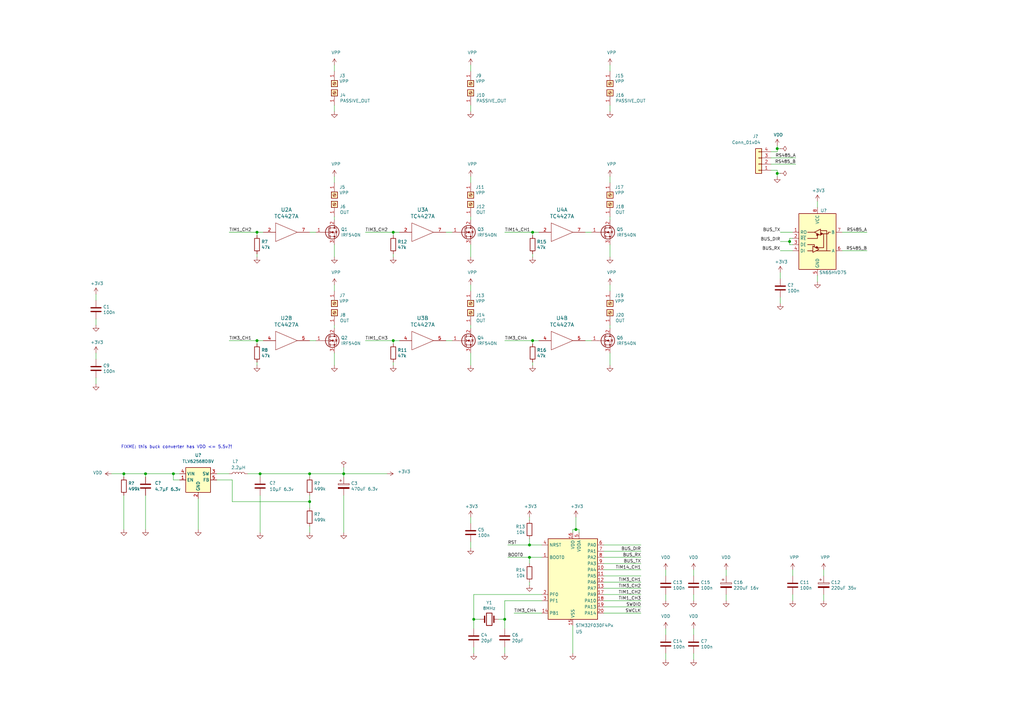
<source format=kicad_sch>
(kicad_sch (version 20210126) (generator eeschema)
  (paper "A3")
  (lib_symbols
    (symbol "Connector:Screw_Terminal_01x01" (pin_names hide)
      (property "Reference" "J" (at 0 2.54 0))
      (property "Value" "Screw_Terminal_01x01" (at 0 -2.54 0))
      (symbol "Screw_Terminal_01x01_1_1"
        (pin passive line (at -5.08 0 0) (length 3.81) (name "Pin_1") (number "1"))
      )
    )
    (symbol "Connector_Generic:Conn_01x04_1" (pin_names (offset 1.016) hide)
      (property "Reference" "J" (at 0 5.08 0))
      (property "Value" "Conn_01x04" (at 0 -7.62 0))
      (symbol "Conn_01x04_1_1_1"
        (pin passive line (at -5.08 2.54 0) (length 3.81) (name "Pin_1") (number "1"))
        (pin passive line (at -5.08 0 0) (length 3.81) (name "Pin_2") (number "2"))
        (pin passive line (at -5.08 -2.54 0) (length 3.81) (name "Pin_3") (number "3"))
        (pin passive line (at -5.08 -5.08 0) (length 3.81) (name "Pin_4") (number "4"))
      )
    )
    (symbol "Device:C" (pin_numbers hide) (pin_names (offset 0.254))
      (property "Reference" "C" (at 0.635 2.54 0))
      (property "Value" "C" (at 0.635 -2.54 0))
      (symbol "C_1_1"
        (pin passive line (at 0 3.81 270) (length 2.794) (name "~") (number "1"))
        (pin passive line (at 0 -3.81 90) (length 2.794) (name "~") (number "2"))
      )
    )
    (symbol "Device:CP" (pin_numbers hide) (pin_names (offset 0.254))
      (property "Reference" "C" (at 0.635 2.54 0))
      (property "Value" "CP" (at 0.635 -2.54 0))
      (symbol "CP_1_1"
        (pin passive line (at 0 3.81 270) (length 2.794) (name "~") (number "1"))
        (pin passive line (at 0 -3.81 90) (length 2.794) (name "~") (number "2"))
      )
    )
    (symbol "Device:CP_1" (pin_numbers hide) (pin_names (offset 0.254))
      (property "Reference" "C" (at 0.635 2.54 0))
      (property "Value" "CP" (at 0.635 -2.54 0))
      (symbol "CP_1_1_1"
        (pin passive line (at 0 3.81 270) (length 2.794) (name "~") (number "1"))
        (pin passive line (at 0 -3.81 90) (length 2.794) (name "~") (number "2"))
      )
    )
    (symbol "Device:CP_2" (pin_numbers hide) (pin_names (offset 0.254))
      (property "Reference" "C" (at 0.635 2.54 0))
      (property "Value" "CP" (at 0.635 -2.54 0))
      (symbol "CP_2_1_1"
        (pin passive line (at 0 3.81 270) (length 2.794) (name "~") (number "1"))
        (pin passive line (at 0 -3.81 90) (length 2.794) (name "~") (number "2"))
      )
    )
    (symbol "Device:C_1" (pin_numbers hide) (pin_names (offset 0.254))
      (property "Reference" "C" (at 0.635 2.54 0))
      (property "Value" "C" (at 0.635 -2.54 0))
      (symbol "C_1_1_1"
        (pin passive line (at 0 3.81 270) (length 2.794) (name "~") (number "1"))
        (pin passive line (at 0 -3.81 90) (length 2.794) (name "~") (number "2"))
      )
    )
    (symbol "Device:Crystal" (pin_numbers hide) (pin_names hide)
      (property "Reference" "Y" (at 0 3.81 0))
      (property "Value" "Crystal" (at 0 -3.81 0))
      (symbol "Crystal_1_1"
        (pin passive line (at -3.81 0 0) (length 1.27) (name "1") (number "1"))
        (pin passive line (at 3.81 0 180) (length 1.27) (name "2") (number "2"))
      )
    )
    (symbol "Device:L" (pin_numbers hide) (pin_names (offset 1.016) hide)
      (property "Reference" "L" (at -1.27 0 90))
      (property "Value" "L" (at 1.905 0 90))
      (symbol "L_1_1"
        (pin passive line (at 0 3.81 270) (length 1.27) (name "1") (number "1"))
        (pin passive line (at 0 -3.81 90) (length 1.27) (name "2") (number "2"))
      )
    )
    (symbol "Device:R" (pin_numbers hide) (pin_names (offset 0))
      (property "Reference" "R" (at 2.032 0 90))
      (property "Value" "R" (at 0 0 90))
      (symbol "R_1_1"
        (pin passive line (at 0 3.81 270) (length 1.27) (name "~") (number "1"))
        (pin passive line (at 0 -3.81 90) (length 1.27) (name "~") (number "2"))
      )
    )
    (symbol "Interface_UART:MAX485E"
      (property "Reference" "U" (at -6.096 11.43 0))
      (property "Value" "MAX485E" (at 0.762 11.43 0))
      (symbol "MAX485E_1_1"
        (pin output line (at -10.16 2.54 0) (length 2.54) (name "RO") (number "1"))
        (pin input line (at -10.16 0 0) (length 2.54) (name "~RE") (number "2"))
        (pin input line (at -10.16 -2.54 0) (length 2.54) (name "DE") (number "3"))
        (pin input line (at -10.16 -5.08 0) (length 2.54) (name "DI") (number "4"))
        (pin power_in line (at 0 -15.24 90) (length 2.54) (name "GND") (number "5"))
        (pin bidirectional line (at 10.16 -5.08 180) (length 2.54) (name "A") (number "6"))
        (pin bidirectional line (at 10.16 2.54 180) (length 2.54) (name "B") (number "7"))
        (pin power_in line (at 0 12.7 270) (length 2.54) (name "VCC") (number "8"))
      )
    )
    (symbol "MCU_ST_STM32F0:STM32F030F4Px"
      (property "Reference" "U" (at -10.16 16.51 0))
      (property "Value" "STM32F030F4Px" (at 5.08 16.51 0))
      (symbol "STM32F030F4Px_1_1"
        (pin input line (at -12.7 7.62 0) (length 2.54) (name "BOOT0") (number "1"))
        (pin bidirectional line (at 12.7 2.54 180) (length 2.54) (name "PA4") (number "10"))
        (pin bidirectional line (at 12.7 0 180) (length 2.54) (name "PA5") (number "11"))
        (pin bidirectional line (at 12.7 -2.54 180) (length 2.54) (name "PA6") (number "12"))
        (pin bidirectional line (at 12.7 -5.08 180) (length 2.54) (name "PA7") (number "13"))
        (pin bidirectional line (at -12.7 -15.24 0) (length 2.54) (name "PB1") (number "14"))
        (pin power_in line (at 0 -20.32 90) (length 2.54) (name "VSS") (number "15"))
        (pin power_in line (at 0 17.78 270) (length 2.54) (name "VDD") (number "16"))
        (pin bidirectional line (at 12.7 -7.62 180) (length 2.54) (name "PA9") (number "17"))
        (pin bidirectional line (at 12.7 -10.16 180) (length 2.54) (name "PA10") (number "18"))
        (pin bidirectional line (at 12.7 -12.7 180) (length 2.54) (name "PA13") (number "19"))
        (pin input line (at -12.7 -7.62 0) (length 2.54) (name "PF0") (number "2"))
        (pin bidirectional line (at 12.7 -15.24 180) (length 2.54) (name "PA14") (number "20"))
        (pin input line (at -12.7 -10.16 0) (length 2.54) (name "PF1") (number "3"))
        (pin input line (at -12.7 12.7 0) (length 2.54) (name "NRST") (number "4"))
        (pin power_in line (at 2.54 17.78 270) (length 2.54) (name "VDDA") (number "5"))
        (pin bidirectional line (at 12.7 12.7 180) (length 2.54) (name "PA0") (number "6"))
        (pin bidirectional line (at 12.7 10.16 180) (length 2.54) (name "PA1") (number "7"))
        (pin bidirectional line (at 12.7 7.62 180) (length 2.54) (name "PA2") (number "8"))
        (pin bidirectional line (at 12.7 5.08 180) (length 2.54) (name "PA3") (number "9"))
      )
    )
    (symbol "Regulator_Switching:TLV62568DBV"
      (property "Reference" "U" (at -5.08 6.35 0))
      (property "Value" "TLV62568DBV" (at 0 6.35 0))
      (symbol "TLV62568DBV_1_1"
        (pin input line (at -7.62 0 0) (length 2.54) (name "EN") (number "1"))
        (pin power_in line (at 0 -7.62 90) (length 2.54) (name "GND") (number "2"))
        (pin power_out line (at 7.62 2.54 180) (length 2.54) (name "SW") (number "3"))
        (pin power_in line (at -7.62 2.54 0) (length 2.54) (name "VIN") (number "4"))
        (pin input line (at 7.62 0 180) (length 2.54) (name "FB") (number "5"))
      )
    )
    (symbol "Transistor_FET:IRF540N" (pin_names hide)
      (property "Reference" "Q" (at 6.35 1.905 0))
      (property "Value" "IRF540N" (at 6.35 0 0))
      (symbol "IRF540N_1_1"
        (pin input line (at -5.08 0 0) (length 2.54) (name "G") (number "1"))
        (pin passive line (at 2.54 5.08 270) (length 2.54) (name "D") (number "2"))
        (pin passive line (at 2.54 -5.08 90) (length 2.54) (name "S") (number "3"))
      )
    )
    (symbol "drivers_and_mosfets:TC4427A" (pin_names hide)
      (property "Reference" "U" (at 2.54 3.81 0))
      (property "Value" "TC4427A" (at 6.35 -3.81 0))
      (symbol "TC4427A_0_1"
        (pin no_connect line (at -1.27 0 180) (length 0) hide (name "NC") (number "1"))
        (pin power_in line (at -2.54 -3.81 270) (length 0) hide (name "GND") (number "3"))
        (pin power_in line (at -2.54 3.81 270) (length 0) hide (name "VDD") (number "6"))
        (pin no_connect line (at 0 0 180) (length 0) hide (name "NC") (number "8"))
      )
      (symbol "TC4427A_1_1"
        (pin input line (at -7.62 0 0) (length 5.08) (name "IN") (number "2"))
        (pin output line (at 11.43 0 180) (length 5.08) (name "Out") (number "7"))
      )
      (symbol "TC4427A_2_1"
        (pin input line (at -7.62 0 0) (length 5.08) (name "IN") (number "4"))
        (pin output line (at 11.43 0 180) (length 5.08) (name "Out") (number "5"))
      )
    )
    (symbol "power:+3.3V" (power) (pin_names (offset 0))
      (property "Value" "+3.3V" (at 0 3.556 0))
      (symbol "+3.3V_1_1"
        (pin power_in line (at 0 0 90) (length 0) hide (name "+3V3") (number "1"))
      )
    )
    (symbol "power:GND" (power) (pin_names (offset 0))
      (property "Value" "GND" (at 0 -3.81 0))
      (symbol "GND_1_1"
        (pin power_in line (at 0 0 270) (length 0) hide (name "GND") (number "1"))
      )
    )
    (symbol "power:PWR_FLAG" (power) (pin_numbers hide) (pin_names (offset 0) hide)
      (property "Value" "PWR_FLAG" (at 0 3.81 0))
      (symbol "PWR_FLAG_0_0"
        (pin power_out line (at 0 0 90) (length 0) (name "pwr") (number "1"))
      )
    )
    (symbol "power:VDD" (power) (pin_names (offset 0))
      (property "Value" "VDD" (at 0 3.81 0))
      (symbol "VDD_1_1"
        (pin power_in line (at 0 0 90) (length 0) hide (name "VDD") (number "1"))
      )
    )
    (symbol "power:VPP" (power) (pin_names (offset 0))
      (property "Value" "VPP" (at 0 3.81 0))
      (symbol "VPP_1_1"
        (pin power_in line (at 0 0 90) (length 0) hide (name "VPP") (number "1"))
      )
    )
  )
  (junction (at 50.8 194.31) (diameter 1.016))
  (junction (at 59.69 194.31) (diameter 1.016))
  (junction (at 71.12 194.31) (diameter 1.016))
  (junction (at 105.41 95.25) (diameter 1.016))
  (junction (at 105.41 139.7) (diameter 1.016))
  (junction (at 106.68 194.31) (diameter 1.016))
  (junction (at 127 194.31) (diameter 1.016))
  (junction (at 127 205.74) (diameter 1.016))
  (junction (at 140.97 194.31) (diameter 1.016))
  (junction (at 161.29 95.25) (diameter 1.016))
  (junction (at 161.29 139.7) (diameter 1.016))
  (junction (at 194.31 254) (diameter 1.016))
  (junction (at 207.01 254) (diameter 1.016))
  (junction (at 217.17 223.52) (diameter 1.016))
  (junction (at 217.17 228.6) (diameter 1.016))
  (junction (at 218.44 95.25) (diameter 1.016))
  (junction (at 218.44 139.7) (diameter 1.016))
  (junction (at 236.22 217.17) (diameter 1.016))
  (junction (at 318.77 60.96) (diameter 1.016))
  (junction (at 318.77 71.12) (diameter 1.016))
  (junction (at 323.85 99.06) (diameter 1.016))
  (wire (pts (xy 39.37 123.19) (xy 39.37 120.65)))
  (wire (pts (xy 39.37 133.35) (xy 39.37 130.81)))
  (wire (pts (xy 39.37 147.32) (xy 39.37 144.78)))
  (wire (pts (xy 39.37 157.48) (xy 39.37 154.94)))
  (wire (pts (xy 45.72 194.31) (xy 50.8 194.31)))
  (wire (pts (xy 50.8 194.31) (xy 50.8 195.58)))
  (wire (pts (xy 50.8 194.31) (xy 59.69 194.31)))
  (wire (pts (xy 50.8 203.2) (xy 50.8 217.17)))
  (wire (pts (xy 59.69 194.31) (xy 59.69 195.58)))
  (wire (pts (xy 59.69 194.31) (xy 71.12 194.31)))
  (wire (pts (xy 59.69 203.2) (xy 59.69 217.17)))
  (wire (pts (xy 71.12 194.31) (xy 73.66 194.31)))
  (wire (pts (xy 71.12 196.85) (xy 71.12 194.31)))
  (wire (pts (xy 73.66 196.85) (xy 71.12 196.85)))
  (wire (pts (xy 81.28 217.17) (xy 81.28 204.47)))
  (wire (pts (xy 88.9 194.31) (xy 93.98 194.31)))
  (wire (pts (xy 93.98 95.25) (xy 105.41 95.25)))
  (wire (pts (xy 93.98 139.7) (xy 105.41 139.7)))
  (wire (pts (xy 95.25 196.85) (xy 88.9 196.85)))
  (wire (pts (xy 95.25 205.74) (xy 95.25 196.85)))
  (wire (pts (xy 101.6 194.31) (xy 106.68 194.31)))
  (wire (pts (xy 105.41 95.25) (xy 105.41 96.52)))
  (wire (pts (xy 105.41 105.41) (xy 105.41 104.14)))
  (wire (pts (xy 105.41 139.7) (xy 105.41 140.97)))
  (wire (pts (xy 105.41 149.86) (xy 105.41 148.59)))
  (wire (pts (xy 106.68 194.31) (xy 106.68 195.58)))
  (wire (pts (xy 106.68 194.31) (xy 127 194.31)))
  (wire (pts (xy 106.68 203.2) (xy 106.68 218.44)))
  (wire (pts (xy 107.95 95.25) (xy 105.41 95.25)))
  (wire (pts (xy 107.95 139.7) (xy 105.41 139.7)))
  (wire (pts (xy 127 194.31) (xy 127 195.58)))
  (wire (pts (xy 127 194.31) (xy 140.97 194.31)))
  (wire (pts (xy 127 203.2) (xy 127 205.74)))
  (wire (pts (xy 127 205.74) (xy 95.25 205.74)))
  (wire (pts (xy 127 205.74) (xy 127 208.28)))
  (wire (pts (xy 127 215.9) (xy 127 218.44)))
  (wire (pts (xy 129.54 95.25) (xy 127 95.25)))
  (wire (pts (xy 129.54 139.7) (xy 127 139.7)))
  (wire (pts (xy 137.16 26.67) (xy 137.16 29.21)))
  (wire (pts (xy 137.16 45.72) (xy 137.16 43.18)))
  (wire (pts (xy 137.16 72.39) (xy 137.16 74.93)))
  (wire (pts (xy 137.16 88.9) (xy 137.16 90.17)))
  (wire (pts (xy 137.16 100.33) (xy 137.16 105.41)))
  (wire (pts (xy 137.16 116.84) (xy 137.16 119.38)))
  (wire (pts (xy 137.16 133.35) (xy 137.16 134.62)))
  (wire (pts (xy 137.16 144.78) (xy 137.16 149.86)))
  (wire (pts (xy 140.97 191.77) (xy 140.97 194.31)))
  (wire (pts (xy 140.97 194.31) (xy 140.97 195.58)))
  (wire (pts (xy 140.97 194.31) (xy 158.75 194.31)))
  (wire (pts (xy 140.97 218.44) (xy 140.97 203.2)))
  (wire (pts (xy 149.86 95.25) (xy 161.29 95.25)))
  (wire (pts (xy 149.86 139.7) (xy 161.29 139.7)))
  (wire (pts (xy 161.29 95.25) (xy 161.29 96.52)))
  (wire (pts (xy 161.29 105.41) (xy 161.29 104.14)))
  (wire (pts (xy 161.29 139.7) (xy 161.29 140.97)))
  (wire (pts (xy 161.29 149.86) (xy 161.29 148.59)))
  (wire (pts (xy 163.83 95.25) (xy 161.29 95.25)))
  (wire (pts (xy 163.83 139.7) (xy 161.29 139.7)))
  (wire (pts (xy 185.42 95.25) (xy 182.88 95.25)))
  (wire (pts (xy 185.42 139.7) (xy 182.88 139.7)))
  (wire (pts (xy 193.04 26.67) (xy 193.04 29.21)))
  (wire (pts (xy 193.04 45.72) (xy 193.04 43.18)))
  (wire (pts (xy 193.04 72.39) (xy 193.04 74.93)))
  (wire (pts (xy 193.04 88.9) (xy 193.04 90.17)))
  (wire (pts (xy 193.04 100.33) (xy 193.04 105.41)))
  (wire (pts (xy 193.04 116.84) (xy 193.04 119.38)))
  (wire (pts (xy 193.04 133.35) (xy 193.04 134.62)))
  (wire (pts (xy 193.04 144.78) (xy 193.04 149.86)))
  (wire (pts (xy 193.04 214.63) (xy 193.04 212.09)))
  (wire (pts (xy 193.04 224.79) (xy 193.04 222.25)))
  (wire (pts (xy 194.31 243.84) (xy 194.31 254)))
  (wire (pts (xy 194.31 254) (xy 194.31 257.81)))
  (wire (pts (xy 194.31 267.97) (xy 194.31 265.43)))
  (wire (pts (xy 196.85 254) (xy 194.31 254)))
  (wire (pts (xy 204.47 254) (xy 207.01 254)))
  (wire (pts (xy 207.01 95.25) (xy 218.44 95.25)))
  (wire (pts (xy 207.01 139.7) (xy 218.44 139.7)))
  (wire (pts (xy 207.01 246.38) (xy 207.01 254)))
  (wire (pts (xy 207.01 254) (xy 207.01 257.81)))
  (wire (pts (xy 207.01 267.97) (xy 207.01 265.43)))
  (wire (pts (xy 217.17 212.09) (xy 217.17 213.36)))
  (wire (pts (xy 217.17 220.98) (xy 217.17 223.52)))
  (wire (pts (xy 217.17 223.52) (xy 208.28 223.52)))
  (wire (pts (xy 217.17 228.6) (xy 208.28 228.6)))
  (wire (pts (xy 217.17 231.14) (xy 217.17 228.6)))
  (wire (pts (xy 217.17 240.03) (xy 217.17 238.76)))
  (wire (pts (xy 218.44 95.25) (xy 218.44 96.52)))
  (wire (pts (xy 218.44 105.41) (xy 218.44 104.14)))
  (wire (pts (xy 218.44 139.7) (xy 218.44 140.97)))
  (wire (pts (xy 218.44 149.86) (xy 218.44 148.59)))
  (wire (pts (xy 220.98 95.25) (xy 218.44 95.25)))
  (wire (pts (xy 220.98 139.7) (xy 218.44 139.7)))
  (wire (pts (xy 222.25 223.52) (xy 217.17 223.52)))
  (wire (pts (xy 222.25 228.6) (xy 217.17 228.6)))
  (wire (pts (xy 222.25 243.84) (xy 194.31 243.84)))
  (wire (pts (xy 222.25 246.38) (xy 207.01 246.38)))
  (wire (pts (xy 222.25 251.46) (xy 210.82 251.46)))
  (wire (pts (xy 234.95 217.17) (xy 236.22 217.17)))
  (wire (pts (xy 234.95 218.44) (xy 234.95 217.17)))
  (wire (pts (xy 234.95 267.97) (xy 234.95 256.54)))
  (wire (pts (xy 236.22 217.17) (xy 236.22 212.09)))
  (wire (pts (xy 236.22 217.17) (xy 237.49 217.17)))
  (wire (pts (xy 237.49 217.17) (xy 237.49 218.44)))
  (wire (pts (xy 242.57 95.25) (xy 240.03 95.25)))
  (wire (pts (xy 242.57 139.7) (xy 240.03 139.7)))
  (wire (pts (xy 247.65 223.52) (xy 262.89 223.52)))
  (wire (pts (xy 247.65 226.06) (xy 262.89 226.06)))
  (wire (pts (xy 247.65 231.14) (xy 262.89 231.14)))
  (wire (pts (xy 247.65 236.22) (xy 262.89 236.22)))
  (wire (pts (xy 247.65 238.76) (xy 262.89 238.76)))
  (wire (pts (xy 247.65 243.84) (xy 262.89 243.84)))
  (wire (pts (xy 247.65 246.38) (xy 262.89 246.38)))
  (wire (pts (xy 247.65 248.92) (xy 262.89 248.92)))
  (wire (pts (xy 247.65 251.46) (xy 262.89 251.46)))
  (wire (pts (xy 250.19 26.67) (xy 250.19 29.21)))
  (wire (pts (xy 250.19 45.72) (xy 250.19 43.18)))
  (wire (pts (xy 250.19 72.39) (xy 250.19 74.93)))
  (wire (pts (xy 250.19 88.9) (xy 250.19 90.17)))
  (wire (pts (xy 250.19 100.33) (xy 250.19 105.41)))
  (wire (pts (xy 250.19 116.84) (xy 250.19 119.38)))
  (wire (pts (xy 250.19 133.35) (xy 250.19 134.62)))
  (wire (pts (xy 250.19 144.78) (xy 250.19 149.86)))
  (wire (pts (xy 262.89 228.6) (xy 247.65 228.6)))
  (wire (pts (xy 262.89 233.68) (xy 247.65 233.68)))
  (wire (pts (xy 262.89 241.3) (xy 247.65 241.3)))
  (wire (pts (xy 273.05 236.22) (xy 273.05 233.68)))
  (wire (pts (xy 273.05 246.38) (xy 273.05 243.84)))
  (wire (pts (xy 273.05 260.35) (xy 273.05 257.81)))
  (wire (pts (xy 273.05 270.51) (xy 273.05 267.97)))
  (wire (pts (xy 284.48 236.22) (xy 284.48 233.68)))
  (wire (pts (xy 284.48 246.38) (xy 284.48 243.84)))
  (wire (pts (xy 284.48 260.35) (xy 284.48 257.81)))
  (wire (pts (xy 284.48 270.51) (xy 284.48 267.97)))
  (wire (pts (xy 297.815 233.68) (xy 297.815 236.22)))
  (wire (pts (xy 297.815 246.38) (xy 297.815 243.84)))
  (wire (pts (xy 316.23 62.23) (xy 318.77 62.23)))
  (wire (pts (xy 316.23 64.77) (xy 326.39 64.77)))
  (wire (pts (xy 316.23 67.31) (xy 326.39 67.31)))
  (wire (pts (xy 316.23 69.85) (xy 318.77 69.85)))
  (wire (pts (xy 318.77 60.96) (xy 318.77 59.69)))
  (wire (pts (xy 318.77 60.96) (xy 320.04 60.96)))
  (wire (pts (xy 318.77 62.23) (xy 318.77 60.96)))
  (wire (pts (xy 318.77 69.85) (xy 318.77 71.12)))
  (wire (pts (xy 318.77 71.12) (xy 318.77 72.39)))
  (wire (pts (xy 318.77 71.12) (xy 320.04 71.12)))
  (wire (pts (xy 320.04 95.25) (xy 325.12 95.25)))
  (wire (pts (xy 320.04 99.06) (xy 323.85 99.06)))
  (wire (pts (xy 320.04 102.87) (xy 325.12 102.87)))
  (wire (pts (xy 320.04 114.3) (xy 320.04 111.76)))
  (wire (pts (xy 320.04 124.46) (xy 320.04 121.92)))
  (wire (pts (xy 323.85 97.79) (xy 323.85 99.06)))
  (wire (pts (xy 323.85 99.06) (xy 323.85 100.33)))
  (wire (pts (xy 323.85 100.33) (xy 325.12 100.33)))
  (wire (pts (xy 325.12 97.79) (xy 323.85 97.79)))
  (wire (pts (xy 325.12 236.22) (xy 325.12 233.68)))
  (wire (pts (xy 325.12 246.38) (xy 325.12 243.84)))
  (wire (pts (xy 335.28 82.55) (xy 335.28 85.09)))
  (wire (pts (xy 335.28 113.03) (xy 335.28 115.57)))
  (wire (pts (xy 337.82 233.68) (xy 337.82 236.22)))
  (wire (pts (xy 337.82 246.38) (xy 337.82 243.84)))
  (wire (pts (xy 345.44 95.25) (xy 355.6 95.25)))
  (wire (pts (xy 345.44 102.87) (xy 355.6 102.87)))
  (text "FIXME: this buck converter has VDD <= 5.5v?!" (at 95.25 184.15 180) (effects (font (size 1.27 1.27)) (justify right bottom)))
  (label "TIM1_CH2" (at 93.98 95.25 0))
  (label "TIM3_CH1" (at 93.98 139.7 0))
  (label "TIM3_CH2" (at 149.86 95.25 0))
  (label "TIM1_CH3" (at 149.86 139.7 0))
  (label "TIM14_CH1" (at 207.01 95.25 0))
  (label "TIM3_CH4" (at 207.01 139.7 0))
  (label "RST" (at 208.28 223.52 0))
  (label "BOOT0" (at 208.28 228.6 0))
  (label "TIM3_CH4" (at 210.82 251.46 0))
  (label "BUS_DIR" (at 262.89 226.06 180))
  (label "BUS_RX" (at 262.89 228.6 180))
  (label "BUS_TX" (at 262.89 231.14 180))
  (label "TIM14_CH1" (at 262.89 233.68 180))
  (label "TIM3_CH1" (at 262.89 238.76 180))
  (label "TIM3_CH2" (at 262.89 241.3 180))
  (label "TIM1_CH2" (at 262.89 243.84 180))
  (label "TIM1_CH3" (at 262.89 246.38 180))
  (label "SWDIO" (at 262.89 248.92 180))
  (label "SWCLK" (at 262.89 251.46 180))
  (label "BUS_TX" (at 320.04 95.25 180))
  (label "BUS_DIR" (at 320.04 99.06 180))
  (label "BUS_RX" (at 320.04 102.87 180))
  (label "RS485_A" (at 326.39 64.77 180))
  (label "RS485_B" (at 326.39 67.31 180))
  (label "RS485_A" (at 355.6 95.25 180))
  (label "RS485_B" (at 355.6 102.87 180))
  (symbol (lib_id "power:PWR_FLAG") (at 140.97 191.77 0) (unit 1)
    (property "Reference" "#FLG?" (effects hide))
    (property "Value" "PWR_FLAG" (effects hide))
  )
  (symbol (lib_id "power:PWR_FLAG") (at 320.04 60.96 270) (unit 1)
    (property "Reference" "#FLG?" (effects hide))
    (property "Value" "PWR_FLAG" (effects hide))
  )
  (symbol (lib_id "power:PWR_FLAG") (at 320.04 71.12 270) (unit 1)
    (property "Reference" "#FLG?" (effects hide))
    (property "Value" "PWR_FLAG" (effects hide))
  )
  (symbol (lib_id "power:+3.3V") (at 39.37 120.65 0) (unit 1)
    (property "Reference" "#PWR01" (effects hide))
    (property "Value" "+3.3V" (at 39.751 116.2558 0))
  )
  (symbol (lib_id "power:+3.3V") (at 39.37 144.78 0) (unit 1)
    (property "Reference" "#PWR0115" (effects hide))
    (property "Value" "+3.3V" (at 39.751 140.3858 0))
  )
  (symbol (lib_id "power:VDD") (at 45.72 194.31 90) (unit 1)
    (property "Reference" "#PWR?" (effects hide))
    (property "Value" "VDD" (at 40.0558 193.8782 90))
  )
  (symbol (lib_id "power:VPP") (at 137.16 26.67 0) (unit 1)
    (property "Reference" "#PWR04" (effects hide))
    (property "Value" "VPP" (at 135.89 21.59 0) (effects (justify left)))
  )
  (symbol (lib_id "power:VPP") (at 137.16 72.39 0) (unit 1)
    (property "Reference" "#PWR012" (effects hide))
    (property "Value" "VPP" (at 135.89 67.31 0) (effects (justify left)))
  )
  (symbol (lib_id "power:VPP") (at 137.16 116.84 0) (unit 1)
    (property "Reference" "#PWR021" (effects hide))
    (property "Value" "VPP" (at 135.89 111.76 0) (effects (justify left)))
  )
  (symbol (lib_id "power:+3.3V") (at 158.75 194.31 270) (unit 1)
    (property "Reference" "#PWR?" (effects hide))
    (property "Value" "+3.3V" (at 165.6842 193.421 90))
  )
  (symbol (lib_id "power:VPP") (at 193.04 26.67 0) (unit 1)
    (property "Reference" "#PWR023" (effects hide))
    (property "Value" "VPP" (at 191.77 21.59 0) (effects (justify left)))
  )
  (symbol (lib_id "power:VPP") (at 193.04 72.39 0) (unit 1)
    (property "Reference" "#PWR025" (effects hide))
    (property "Value" "VPP" (at 191.77 67.31 0) (effects (justify left)))
  )
  (symbol (lib_id "power:VPP") (at 193.04 116.84 0) (unit 1)
    (property "Reference" "#PWR033" (effects hide))
    (property "Value" "VPP" (at 191.77 111.76 0) (effects (justify left)))
  )
  (symbol (lib_id "power:+3.3V") (at 193.04 212.09 0) (unit 1)
    (property "Reference" "#PWR040" (effects hide))
    (property "Value" "+3.3V" (at 193.421 207.6958 0))
  )
  (symbol (lib_id "power:+3.3V") (at 217.17 212.09 0) (unit 1)
    (property "Reference" "#PWR043" (effects hide))
    (property "Value" "+3.3V" (at 217.551 207.6958 0))
  )
  (symbol (lib_id "power:+3.3V") (at 236.22 212.09 0) (unit 1)
    (property "Reference" "#PWR048" (effects hide))
    (property "Value" "+3.3V" (at 236.601 207.6958 0))
  )
  (symbol (lib_id "power:VPP") (at 250.19 26.67 0) (unit 1)
    (property "Reference" "#PWR035" (effects hide))
    (property "Value" "VPP" (at 248.92 21.59 0) (effects (justify left)))
  )
  (symbol (lib_id "power:VPP") (at 250.19 72.39 0) (unit 1)
    (property "Reference" "#PWR037" (effects hide))
    (property "Value" "VPP" (at 248.92 67.31 0) (effects (justify left)))
  )
  (symbol (lib_id "power:VPP") (at 250.19 116.84 0) (unit 1)
    (property "Reference" "#PWR049" (effects hide))
    (property "Value" "VPP" (at 248.92 111.76 0) (effects (justify left)))
  )
  (symbol (lib_id "power:VDD") (at 273.05 233.68 0) (unit 1)
    (property "Reference" "#PWR067" (effects hide))
    (property "Value" "VDD" (at 273.05 228.6 0))
  )
  (symbol (lib_id "power:VDD") (at 273.05 257.81 0) (unit 1)
    (property "Reference" "#PWR071" (effects hide))
    (property "Value" "VDD" (at 273.05 252.73 0))
  )
  (symbol (lib_id "power:VDD") (at 284.48 233.68 0) (unit 1)
    (property "Reference" "#PWR073" (effects hide))
    (property "Value" "VDD" (at 284.48 228.6 0))
  )
  (symbol (lib_id "power:VDD") (at 284.48 257.81 0) (unit 1)
    (property "Reference" "#PWR0110" (effects hide))
    (property "Value" "VDD" (at 284.48 252.73 0))
  )
  (symbol (lib_id "power:VDD") (at 297.815 233.68 0) (unit 1)
    (property "Reference" "#PWR075" (effects hide))
    (property "Value" "VDD" (at 297.815 228.6 0))
  )
  (symbol (lib_id "power:VDD") (at 318.77 59.69 0) (unit 1)
    (property "Reference" "#PWR?" (effects hide))
    (property "Value" "VDD" (at 319.2018 55.2958 0))
  )
  (symbol (lib_id "power:+3.3V") (at 320.04 111.76 0) (unit 1)
    (property "Reference" "#PWR?" (effects hide))
    (property "Value" "+3.3V" (at 320.421 107.3658 0))
  )
  (symbol (lib_id "power:VPP") (at 325.12 233.68 0) (unit 1)
    (property "Reference" "#PWR051" (effects hide))
    (property "Value" "VPP" (at 323.85 228.6 0) (effects (justify left)))
  )
  (symbol (lib_id "power:+3.3V") (at 335.28 82.55 0) (unit 1)
    (property "Reference" "#PWR?" (effects hide))
    (property "Value" "+3.3V" (at 335.661 78.1558 0))
  )
  (symbol (lib_id "power:VPP") (at 337.82 233.68 0) (unit 1)
    (property "Reference" "#PWR055" (effects hide))
    (property "Value" "VPP" (at 336.55 228.6 0) (effects (justify left)))
  )
  (symbol (lib_id "Device:L") (at 97.79 194.31 90) (unit 1)
    (property "Reference" "L?" (at 96.52 189.23 90))
    (property "Value" "2.2µH" (at 97.79 191.77 90))
    (property "Footprint" "Inductor_SMD:L_1210_3225Metric_Pad1.42x2.65mm_HandSolder" (effects hide))
    (property "shop" "https://store.comet.bg/Catalogue/Product/47998/" (effects hide))
  )
  (symbol (lib_id "power:GND") (at 39.37 133.35 0) (unit 1)
    (property "Reference" "#PWR02" (effects hide))
    (property "Value" "GND" (effects hide))
  )
  (symbol (lib_id "power:GND") (at 39.37 157.48 0) (unit 1)
    (property "Reference" "#PWR0114" (effects hide))
    (property "Value" "GND" (effects hide))
  )
  (symbol (lib_id "power:GND") (at 50.8 217.17 0) (unit 1)
    (property "Reference" "#PWR?" (effects hide))
    (property "Value" "GND" (effects hide))
  )
  (symbol (lib_id "power:GND") (at 59.69 217.17 0) (unit 1)
    (property "Reference" "#PWR?" (effects hide))
    (property "Value" "GND" (effects hide))
  )
  (symbol (lib_id "power:GND") (at 81.28 217.17 0) (unit 1)
    (property "Reference" "#PWR?" (effects hide))
    (property "Value" "GND" (effects hide))
  )
  (symbol (lib_id "power:GND") (at 105.41 105.41 0) (unit 1)
    (property "Reference" "#PWR017" (effects hide))
    (property "Value" "GND" (effects hide))
  )
  (symbol (lib_id "power:GND") (at 105.41 149.86 0) (unit 1)
    (property "Reference" "#PWR018" (effects hide))
    (property "Value" "GND" (effects hide))
  )
  (symbol (lib_id "power:GND") (at 106.68 218.44 0) (unit 1)
    (property "Reference" "#PWR?" (effects hide))
    (property "Value" "GND" (effects hide))
  )
  (symbol (lib_id "power:GND") (at 127 218.44 0) (unit 1)
    (property "Reference" "#PWR?" (effects hide))
    (property "Value" "GND" (effects hide))
  )
  (symbol (lib_id "power:GND") (at 137.16 45.72 0) (unit 1)
    (property "Reference" "#PWR022" (effects hide))
    (property "Value" "GND" (effects hide))
  )
  (symbol (lib_id "power:GND") (at 137.16 105.41 0) (unit 1)
    (property "Reference" "#PWR024" (effects hide))
    (property "Value" "GND" (effects hide))
  )
  (symbol (lib_id "power:GND") (at 137.16 149.86 0) (unit 1)
    (property "Reference" "#PWR026" (effects hide))
    (property "Value" "GND" (effects hide))
  )
  (symbol (lib_id "power:GND") (at 140.97 218.44 0) (unit 1)
    (property "Reference" "#PWR09" (effects hide))
    (property "Value" "GND" (effects hide))
  )
  (symbol (lib_id "power:GND") (at 161.29 105.41 0) (unit 1)
    (property "Reference" "#PWR031" (effects hide))
    (property "Value" "GND" (effects hide))
  )
  (symbol (lib_id "power:GND") (at 161.29 149.86 0) (unit 1)
    (property "Reference" "#PWR032" (effects hide))
    (property "Value" "GND" (effects hide))
  )
  (symbol (lib_id "power:GND") (at 193.04 45.72 0) (unit 1)
    (property "Reference" "#PWR034" (effects hide))
    (property "Value" "GND" (effects hide))
  )
  (symbol (lib_id "power:GND") (at 193.04 105.41 0) (unit 1)
    (property "Reference" "#PWR036" (effects hide))
    (property "Value" "GND" (effects hide))
  )
  (symbol (lib_id "power:GND") (at 193.04 149.86 0) (unit 1)
    (property "Reference" "#PWR038" (effects hide))
    (property "Value" "GND" (effects hide))
  )
  (symbol (lib_id "power:GND") (at 193.04 224.79 0) (unit 1)
    (property "Reference" "#PWR041" (effects hide))
    (property "Value" "GND" (effects hide))
  )
  (symbol (lib_id "power:GND") (at 194.31 267.97 0) (unit 1)
    (property "Reference" "#PWR039" (effects hide))
    (property "Value" "GND" (effects hide))
  )
  (symbol (lib_id "power:GND") (at 207.01 267.97 0) (unit 1)
    (property "Reference" "#PWR042" (effects hide))
    (property "Value" "GND" (effects hide))
  )
  (symbol (lib_id "power:GND") (at 217.17 240.03 0) (unit 1)
    (property "Reference" "#PWR044" (effects hide))
    (property "Value" "GND" (effects hide))
  )
  (symbol (lib_id "power:GND") (at 218.44 105.41 0) (unit 1)
    (property "Reference" "#PWR045" (effects hide))
    (property "Value" "GND" (effects hide))
  )
  (symbol (lib_id "power:GND") (at 218.44 149.86 0) (unit 1)
    (property "Reference" "#PWR046" (effects hide))
    (property "Value" "GND" (effects hide))
  )
  (symbol (lib_id "power:GND") (at 234.95 267.97 0) (unit 1)
    (property "Reference" "#PWR047" (effects hide))
    (property "Value" "GND" (effects hide))
  )
  (symbol (lib_id "power:GND") (at 250.19 45.72 0) (unit 1)
    (property "Reference" "#PWR050" (effects hide))
    (property "Value" "GND" (effects hide))
  )
  (symbol (lib_id "power:GND") (at 250.19 105.41 0) (unit 1)
    (property "Reference" "#PWR052" (effects hide))
    (property "Value" "GND" (effects hide))
  )
  (symbol (lib_id "power:GND") (at 250.19 149.86 0) (unit 1)
    (property "Reference" "#PWR054" (effects hide))
    (property "Value" "GND" (effects hide))
  )
  (symbol (lib_id "power:GND") (at 273.05 246.38 0) (unit 1)
    (property "Reference" "#PWR070" (effects hide))
    (property "Value" "GND" (effects hide))
  )
  (symbol (lib_id "power:GND") (at 273.05 270.51 0) (unit 1)
    (property "Reference" "#PWR072" (effects hide))
    (property "Value" "GND" (effects hide))
  )
  (symbol (lib_id "power:GND") (at 284.48 246.38 0) (unit 1)
    (property "Reference" "#PWR074" (effects hide))
    (property "Value" "GND" (effects hide))
  )
  (symbol (lib_id "power:GND") (at 284.48 270.51 0) (unit 1)
    (property "Reference" "#PWR063" (effects hide))
    (property "Value" "GND" (effects hide))
  )
  (symbol (lib_id "power:GND") (at 297.815 246.38 0) (unit 1)
    (property "Reference" "#PWR076" (effects hide))
    (property "Value" "GND" (effects hide))
  )
  (symbol (lib_id "power:GND") (at 318.77 72.39 0) (unit 1)
    (property "Reference" "#PWR?" (effects hide))
    (property "Value" "GND" (effects hide))
  )
  (symbol (lib_id "power:GND") (at 320.04 124.46 0) (unit 1)
    (property "Reference" "#PWR?" (effects hide))
    (property "Value" "GND" (effects hide))
  )
  (symbol (lib_id "power:GND") (at 325.12 246.38 0) (unit 1)
    (property "Reference" "#PWR053" (effects hide))
    (property "Value" "GND" (effects hide))
  )
  (symbol (lib_id "power:GND") (at 335.28 115.57 0) (unit 1)
    (property "Reference" "#PWR?" (effects hide))
    (property "Value" "GND" (effects hide))
  )
  (symbol (lib_id "power:GND") (at 337.82 246.38 0) (unit 1)
    (property "Reference" "#PWR062" (effects hide))
    (property "Value" "GND" (effects hide))
  )
  (symbol (lib_id "Device:R") (at 50.8 199.39 0) (unit 1)
    (property "Reference" "R?" (at 52.578 198.2216 0) (effects (justify left)))
    (property "Value" "499k" (at 52.578 200.533 0) (effects (justify left)))
    (property "Footprint" "Resistor_SMD:R_0805_2012Metric_Pad1.15x1.40mm_HandSolder" (effects hide))
  )
  (symbol (lib_id "Device:R") (at 105.41 100.33 0) (unit 1)
    (property "Reference" "R7" (at 107.188 99.1616 0) (effects (justify left)))
    (property "Value" "47k" (at 107.188 101.473 0) (effects (justify left)))
    (property "Footprint" "Resistor_SMD:R_0805_2012Metric_Pad1.15x1.40mm_HandSolder" (effects hide))
  )
  (symbol (lib_id "Device:R") (at 105.41 144.78 0) (unit 1)
    (property "Reference" "R8" (at 107.188 143.6116 0) (effects (justify left)))
    (property "Value" "47k" (at 107.188 145.923 0) (effects (justify left)))
    (property "Footprint" "Resistor_SMD:R_0805_2012Metric_Pad1.15x1.40mm_HandSolder" (effects hide))
  )
  (symbol (lib_id "Device:R") (at 127 199.39 0) (unit 1)
    (property "Reference" "R?" (at 128.778 198.2216 0) (effects (justify left)))
    (property "Value" "499k" (at 128.778 200.533 0) (effects (justify left)))
    (property "Footprint" "Resistor_SMD:R_0805_2012Metric_Pad1.15x1.40mm_HandSolder" (effects hide))
  )
  (symbol (lib_id "Device:R") (at 127 212.09 0) (unit 1)
    (property "Reference" "R?" (at 128.778 210.9216 0) (effects (justify left)))
    (property "Value" "499k" (at 128.778 213.233 0) (effects (justify left)))
    (property "Footprint" "Resistor_SMD:R_0805_2012Metric_Pad1.15x1.40mm_HandSolder" (effects hide))
  )
  (symbol (lib_id "Device:R") (at 161.29 100.33 0) (unit 1)
    (property "Reference" "R12" (at 163.068 99.1616 0) (effects (justify left)))
    (property "Value" "47k" (at 163.068 101.473 0) (effects (justify left)))
    (property "Footprint" "Resistor_SMD:R_0805_2012Metric_Pad1.15x1.40mm_HandSolder" (effects hide))
  )
  (symbol (lib_id "Device:R") (at 161.29 144.78 0) (unit 1)
    (property "Reference" "R11" (at 163.068 143.6116 0) (effects (justify left)))
    (property "Value" "47k" (at 163.068 145.923 0) (effects (justify left)))
    (property "Footprint" "Resistor_SMD:R_0805_2012Metric_Pad1.15x1.40mm_HandSolder" (effects hide))
  )
  (symbol (lib_id "Device:R") (at 217.17 217.17 0) (unit 1)
    (property "Reference" "R13" (at 215.392 216.0016 0) (effects (justify right)))
    (property "Value" "10k" (at 215.392 218.313 0) (effects (justify right)))
    (property "Footprint" "Resistor_SMD:R_0805_2012Metric_Pad1.15x1.40mm_HandSolder" (effects hide))
  )
  (symbol (lib_id "Device:R") (at 217.17 234.95 0) (unit 1)
    (property "Reference" "R14" (at 215.392 233.7816 0) (effects (justify right)))
    (property "Value" "10k" (at 215.392 236.093 0) (effects (justify right)))
    (property "Footprint" "Resistor_SMD:R_0805_2012Metric_Pad1.15x1.40mm_HandSolder" (effects hide))
  )
  (symbol (lib_id "Device:R") (at 218.44 100.33 0) (unit 1)
    (property "Reference" "R15" (at 220.218 99.1616 0) (effects (justify left)))
    (property "Value" "47k" (at 220.218 101.473 0) (effects (justify left)))
    (property "Footprint" "Resistor_SMD:R_0805_2012Metric_Pad1.15x1.40mm_HandSolder" (effects hide))
  )
  (symbol (lib_id "Device:R") (at 218.44 144.78 0) (unit 1)
    (property "Reference" "R16" (at 220.218 143.6116 0) (effects (justify left)))
    (property "Value" "47k" (at 220.218 145.923 0) (effects (justify left)))
    (property "Footprint" "Resistor_SMD:R_0805_2012Metric_Pad1.15x1.40mm_HandSolder" (effects hide))
  )
  (symbol (lib_id "Connector:Screw_Terminal_01x01") (at 137.16 34.29 270) (unit 1)
    (property "Reference" "J3" (at 139.192 31.0388 90) (effects (justify left)))
    (property "Value" "VPP" (at 139.192 33.3502 90) (effects (justify left)))
    (property "Footprint" "connectors:1PIN_DG306" (effects hide))
  )
  (symbol (lib_id "Connector:Screw_Terminal_01x01") (at 137.16 38.1 90) (unit 1)
    (property "Reference" "J4" (at 139.3952 39.0144 90) (effects (justify right)))
    (property "Value" "PASSIVE_OUT" (at 139.3952 41.3258 90) (effects (justify right)))
    (property "Footprint" "connectors:1PIN_DG306" (effects hide))
  )
  (symbol (lib_id "Connector:Screw_Terminal_01x01") (at 137.16 80.01 270) (unit 1)
    (property "Reference" "J5" (at 139.192 76.7588 90) (effects (justify left)))
    (property "Value" "VPP" (at 139.192 79.0702 90) (effects (justify left)))
    (property "Footprint" "connectors:1PIN_DG306" (effects hide))
  )
  (symbol (lib_id "Connector:Screw_Terminal_01x01") (at 137.16 83.82 90) (unit 1)
    (property "Reference" "J6" (at 139.3952 84.7344 90) (effects (justify right)))
    (property "Value" "OUT" (at 139.3952 87.0458 90) (effects (justify right)))
    (property "Footprint" "connectors:1PIN_DG306" (effects hide))
  )
  (symbol (lib_id "Connector:Screw_Terminal_01x01") (at 137.16 124.46 270) (unit 1)
    (property "Reference" "J7" (at 139.192 121.2088 90) (effects (justify left)))
    (property "Value" "VPP" (at 139.192 123.5202 90) (effects (justify left)))
    (property "Footprint" "connectors:1PIN_DG306" (effects hide))
  )
  (symbol (lib_id "Connector:Screw_Terminal_01x01") (at 137.16 128.27 90) (unit 1)
    (property "Reference" "J8" (at 139.3952 129.1844 90) (effects (justify right)))
    (property "Value" "OUT" (at 139.3952 131.4958 90) (effects (justify right)))
    (property "Footprint" "connectors:1PIN_DG306" (effects hide))
  )
  (symbol (lib_id "Connector:Screw_Terminal_01x01") (at 193.04 34.29 270) (unit 1)
    (property "Reference" "J9" (at 195.072 31.0388 90) (effects (justify left)))
    (property "Value" "VPP" (at 195.072 33.3502 90) (effects (justify left)))
    (property "Footprint" "connectors:1PIN_DG306" (effects hide))
  )
  (symbol (lib_id "Connector:Screw_Terminal_01x01") (at 193.04 38.1 90) (unit 1)
    (property "Reference" "J10" (at 195.2752 39.0144 90) (effects (justify right)))
    (property "Value" "PASSIVE_OUT" (at 195.2752 41.3258 90) (effects (justify right)))
    (property "Footprint" "connectors:1PIN_DG306" (effects hide))
  )
  (symbol (lib_id "Connector:Screw_Terminal_01x01") (at 193.04 80.01 270) (unit 1)
    (property "Reference" "J11" (at 195.072 76.7588 90) (effects (justify left)))
    (property "Value" "VPP" (at 195.072 79.0702 90) (effects (justify left)))
    (property "Footprint" "connectors:1PIN_DG306" (effects hide))
  )
  (symbol (lib_id "Connector:Screw_Terminal_01x01") (at 193.04 83.82 90) (unit 1)
    (property "Reference" "J12" (at 195.2752 84.7344 90) (effects (justify right)))
    (property "Value" "OUT" (at 195.2752 87.0458 90) (effects (justify right)))
    (property "Footprint" "connectors:1PIN_DG306" (effects hide))
  )
  (symbol (lib_id "Connector:Screw_Terminal_01x01") (at 193.04 124.46 270) (unit 1)
    (property "Reference" "J13" (at 195.072 121.2088 90) (effects (justify left)))
    (property "Value" "VPP" (at 195.072 123.5202 90) (effects (justify left)))
    (property "Footprint" "connectors:1PIN_DG306" (effects hide))
  )
  (symbol (lib_id "Connector:Screw_Terminal_01x01") (at 193.04 128.27 90) (unit 1)
    (property "Reference" "J14" (at 195.2752 129.1844 90) (effects (justify right)))
    (property "Value" "OUT" (at 195.2752 131.4958 90) (effects (justify right)))
    (property "Footprint" "connectors:1PIN_DG306" (effects hide))
  )
  (symbol (lib_id "Connector:Screw_Terminal_01x01") (at 250.19 34.29 270) (unit 1)
    (property "Reference" "J15" (at 252.222 31.0388 90) (effects (justify left)))
    (property "Value" "VPP" (at 252.222 33.3502 90) (effects (justify left)))
    (property "Footprint" "connectors:1PIN_DG306" (effects hide))
  )
  (symbol (lib_id "Connector:Screw_Terminal_01x01") (at 250.19 38.1 90) (unit 1)
    (property "Reference" "J16" (at 252.4252 39.0144 90) (effects (justify right)))
    (property "Value" "PASSIVE_OUT" (at 252.4252 41.3258 90) (effects (justify right)))
    (property "Footprint" "connectors:1PIN_DG306" (effects hide))
  )
  (symbol (lib_id "Connector:Screw_Terminal_01x01") (at 250.19 80.01 270) (unit 1)
    (property "Reference" "J17" (at 252.222 76.7588 90) (effects (justify left)))
    (property "Value" "VPP" (at 252.222 79.0702 90) (effects (justify left)))
    (property "Footprint" "connectors:1PIN_DG306" (effects hide))
  )
  (symbol (lib_id "Connector:Screw_Terminal_01x01") (at 250.19 83.82 90) (unit 1)
    (property "Reference" "J18" (at 252.4252 84.7344 90) (effects (justify right)))
    (property "Value" "OUT" (at 252.4252 87.0458 90) (effects (justify right)))
    (property "Footprint" "connectors:1PIN_DG306" (effects hide))
  )
  (symbol (lib_id "Connector:Screw_Terminal_01x01") (at 250.19 124.46 270) (unit 1)
    (property "Reference" "J19" (at 252.222 121.2088 90) (effects (justify left)))
    (property "Value" "VPP" (at 252.222 123.5202 90) (effects (justify left)))
    (property "Footprint" "connectors:1PIN_DG306" (effects hide))
  )
  (symbol (lib_id "Connector:Screw_Terminal_01x01") (at 250.19 128.27 90) (unit 1)
    (property "Reference" "J20" (at 252.4252 129.1844 90) (effects (justify right)))
    (property "Value" "OUT" (at 252.4252 131.4958 90) (effects (justify right)))
    (property "Footprint" "connectors:1PIN_DG306" (effects hide))
  )
  (symbol (lib_id "Device:C") (at 39.37 127 0) (unit 1)
    (property "Reference" "C1" (at 42.291 125.8316 0) (effects (justify left)))
    (property "Value" "100n" (at 42.291 128.143 0) (effects (justify left)))
    (property "Footprint" "Capacitor_SMD:C_0805_2012Metric_Pad1.15x1.40mm_HandSolder" (effects hide))
  )
  (symbol (lib_id "Device:C") (at 39.37 151.13 0) (unit 1)
    (property "Reference" "C9" (at 42.291 149.9616 0) (effects (justify left)))
    (property "Value" "100n" (at 42.291 152.273 0) (effects (justify left)))
    (property "Footprint" "Capacitor_SMD:C_0805_2012Metric_Pad1.15x1.40mm_HandSolder" (effects hide))
  )
  (symbol (lib_name "Device:C_1") (lib_id "Device:C") (at 59.69 199.39 0) (unit 1)
    (property "Reference" "C?" (at 63.5 198.12 0) (effects (justify left)))
    (property "Value" "4.7µF 6.3v" (at 63.5 200.66 0) (effects (justify left)))
    (property "Footprint" "Capacitor_SMD:C_0805_2012Metric" (effects hide))
  )
  (symbol (lib_name "Device:C_1") (lib_id "Device:C") (at 106.68 199.39 0) (unit 1)
    (property "Reference" "C?" (at 110.49 198.12 0) (effects (justify left)))
    (property "Value" "10µF 6.3v" (at 110.49 200.66 0) (effects (justify left)))
    (property "Footprint" "Capacitor_SMD:C_0805_2012Metric" (effects hide))
  )
  (symbol (lib_name "Device:CP_1") (lib_id "Device:CP") (at 140.97 199.39 0) (unit 1)
    (property "Reference" "C3" (at 143.9672 198.2216 0) (effects (justify left)))
    (property "Value" "470uF 6.3v" (at 143.9672 200.533 0) (effects (justify left)))
    (property "Footprint" "Capacitor_SMD:CP_Elec_6.3x7.7" (effects hide))
  )
  (symbol (lib_id "Device:C") (at 193.04 218.44 0) (unit 1)
    (property "Reference" "C5" (at 195.961 217.2716 0) (effects (justify left)))
    (property "Value" "100n" (at 195.961 219.583 0) (effects (justify left)))
    (property "Footprint" "Capacitor_SMD:C_0805_2012Metric_Pad1.15x1.40mm_HandSolder" (effects hide))
  )
  (symbol (lib_id "Device:C") (at 194.31 261.62 0) (unit 1)
    (property "Reference" "C4" (at 197.231 260.4516 0) (effects (justify left)))
    (property "Value" "20pF" (at 197.231 262.763 0) (effects (justify left)))
    (property "Footprint" "Capacitor_SMD:C_0805_2012Metric_Pad1.15x1.40mm_HandSolder" (effects hide))
  )
  (symbol (lib_id "Device:C") (at 207.01 261.62 0) (unit 1)
    (property "Reference" "C6" (at 209.931 260.4516 0) (effects (justify left)))
    (property "Value" "20pF" (at 209.931 262.763 0) (effects (justify left)))
    (property "Footprint" "Capacitor_SMD:C_0805_2012Metric_Pad1.15x1.40mm_HandSolder" (effects hide))
  )
  (symbol (lib_id "Device:C") (at 273.05 240.03 0) (unit 1)
    (property "Reference" "C13" (at 275.971 238.8616 0) (effects (justify left)))
    (property "Value" "100n" (at 275.971 241.173 0) (effects (justify left)))
    (property "Footprint" "Capacitor_SMD:C_0805_2012Metric_Pad1.15x1.40mm_HandSolder" (effects hide))
  )
  (symbol (lib_id "Device:C") (at 273.05 264.16 0) (unit 1)
    (property "Reference" "C14" (at 275.971 262.9916 0) (effects (justify left)))
    (property "Value" "100n" (at 275.971 265.303 0) (effects (justify left)))
    (property "Footprint" "Capacitor_SMD:C_0805_2012Metric_Pad1.15x1.40mm_HandSolder" (effects hide))
  )
  (symbol (lib_id "Device:C") (at 284.48 240.03 0) (unit 1)
    (property "Reference" "C15" (at 287.401 238.8616 0) (effects (justify left)))
    (property "Value" "100n" (at 287.401 241.173 0) (effects (justify left)))
    (property "Footprint" "Capacitor_SMD:C_0805_2012Metric_Pad1.15x1.40mm_HandSolder" (effects hide))
  )
  (symbol (lib_id "Device:C") (at 284.48 264.16 0) (unit 1)
    (property "Reference" "C7" (at 287.401 262.9916 0) (effects (justify left)))
    (property "Value" "100n" (at 287.401 265.303 0) (effects (justify left)))
    (property "Footprint" "Capacitor_SMD:C_0805_2012Metric_Pad1.15x1.40mm_HandSolder" (effects hide))
  )
  (symbol (lib_name "Device:CP_2") (lib_id "Device:CP") (at 297.815 240.03 0) (unit 1)
    (property "Reference" "C16" (at 300.8122 238.8616 0) (effects (justify left)))
    (property "Value" "220uF 16v" (at 300.812 241.173 0) (effects (justify left)))
    (property "Footprint" "Capacitor_SMD:CP_Elec_6.3x7.7" (effects hide))
  )
  (symbol (lib_id "Device:C") (at 320.04 118.11 0) (unit 1)
    (property "Reference" "C?" (at 322.961 116.9416 0) (effects (justify left)))
    (property "Value" "100n" (at 322.961 119.253 0) (effects (justify left)))
    (property "Footprint" "Capacitor_SMD:C_0805_2012Metric_Pad1.15x1.40mm_HandSolder" (effects hide))
  )
  (symbol (lib_id "Device:C") (at 325.12 240.03 0) (unit 1)
    (property "Reference" "C11" (at 328.041 238.8616 0) (effects (justify left)))
    (property "Value" "100n" (at 328.041 241.173 0) (effects (justify left)))
    (property "Footprint" "Capacitor_SMD:C_0805_2012Metric_Pad1.15x1.40mm_HandSolder" (effects hide))
  )
  (symbol (lib_id "Device:CP") (at 337.82 240.03 0) (unit 1)
    (property "Reference" "C12" (at 340.8172 238.8616 0) (effects (justify left)))
    (property "Value" "220uF 35v" (at 340.817 241.173 0) (effects (justify left)))
    (property "Footprint" "Capacitor_THT:CP_Radial_D8.0mm_P3.50mm" (effects hide))
  )
  (symbol (lib_id "Device:Crystal") (at 200.66 254 0) (unit 1)
    (property "Reference" "Y1" (at 200.66 247.1928 0))
    (property "Value" "8MHz" (at 200.66 249.5042 0))
    (property "Footprint" "Crystal:Crystal_SMD_HC49-SD" (effects hide))
  )
  (symbol (lib_name "Connector_Generic:Conn_01x04_1") (lib_id "Connector_Generic:Conn_01x04") (at 311.15 67.31 180) (unit 1)
    (property "Reference" "J?" (at 309.88 55.88 0))
    (property "Value" "Conn_01x04" (at 306.07 58.42 0))
  )
  (symbol (lib_id "Transistor_FET:IRF540N") (at 134.62 95.25 0) (unit 1)
    (property "Reference" "Q1" (at 139.8524 94.0816 0) (effects (justify left)))
    (property "Value" "IRF540N" (at 139.8524 96.393 0) (effects (justify left)))
    (property "Footprint" "Package_TO_SOT_THT:TO-220-3_Vertical" (effects hide))
    (property "Datasheet" "http://www.irf.com/product-info/datasheets/data/irf540n.pdf" (effects hide))
  )
  (symbol (lib_id "Transistor_FET:IRF540N") (at 134.62 139.7 0) (unit 1)
    (property "Reference" "Q2" (at 139.8524 138.5316 0) (effects (justify left)))
    (property "Value" "IRF540N" (at 139.8524 140.843 0) (effects (justify left)))
    (property "Footprint" "Package_TO_SOT_THT:TO-220-3_Vertical" (effects hide))
    (property "Datasheet" "http://www.irf.com/product-info/datasheets/data/irf540n.pdf" (effects hide))
  )
  (symbol (lib_id "Transistor_FET:IRF540N") (at 190.5 95.25 0) (unit 1)
    (property "Reference" "Q3" (at 195.7324 94.0816 0) (effects (justify left)))
    (property "Value" "IRF540N" (at 195.7324 96.393 0) (effects (justify left)))
    (property "Footprint" "Package_TO_SOT_THT:TO-220-3_Vertical" (effects hide))
    (property "Datasheet" "http://www.irf.com/product-info/datasheets/data/irf540n.pdf" (effects hide))
  )
  (symbol (lib_id "Transistor_FET:IRF540N") (at 190.5 139.7 0) (unit 1)
    (property "Reference" "Q4" (at 195.7324 138.5316 0) (effects (justify left)))
    (property "Value" "IRF540N" (at 195.7324 140.843 0) (effects (justify left)))
    (property "Footprint" "Package_TO_SOT_THT:TO-220-3_Vertical" (effects hide))
    (property "Datasheet" "http://www.irf.com/product-info/datasheets/data/irf540n.pdf" (effects hide))
  )
  (symbol (lib_id "Transistor_FET:IRF540N") (at 247.65 95.25 0) (unit 1)
    (property "Reference" "Q5" (at 252.8824 94.0816 0) (effects (justify left)))
    (property "Value" "IRF540N" (at 252.8824 96.393 0) (effects (justify left)))
    (property "Footprint" "Package_TO_SOT_THT:TO-220-3_Vertical" (effects hide))
    (property "Datasheet" "http://www.irf.com/product-info/datasheets/data/irf540n.pdf" (effects hide))
  )
  (symbol (lib_id "Transistor_FET:IRF540N") (at 247.65 139.7 0) (unit 1)
    (property "Reference" "Q6" (at 252.8824 138.5316 0) (effects (justify left)))
    (property "Value" "IRF540N" (at 252.8824 140.843 0) (effects (justify left)))
    (property "Footprint" "Package_TO_SOT_THT:TO-220-3_Vertical" (effects hide))
    (property "Datasheet" "http://www.irf.com/product-info/datasheets/data/irf540n.pdf" (effects hide))
  )
  (symbol (lib_id "drivers_and_mosfets:TC4427A") (at 115.57 95.25 0) (unit 1)
    (property "Reference" "U2" (at 117.475 86.0298 0) (effects (font (size 1.524 1.524))))
    (property "Value" "TC4427A" (at 117.475 88.7222 0) (effects (font (size 1.524 1.524))))
    (property "Footprint" "Package_SO:SOIC-8_3.9x4.9mm_P1.27mm" (effects hide))
  )
  (symbol (lib_id "drivers_and_mosfets:TC4427A") (at 115.57 139.7 0) (unit 2)
    (property "Reference" "U2" (at 117.475 130.4798 0) (effects (font (size 1.524 1.524))))
    (property "Value" "TC4427A" (at 117.475 133.1722 0) (effects (font (size 1.524 1.524))))
    (property "Footprint" "Package_SO:SOIC-8_3.9x4.9mm_P1.27mm" (effects hide))
  )
  (symbol (lib_id "drivers_and_mosfets:TC4427A") (at 171.45 95.25 0) (unit 1)
    (property "Reference" "U3" (at 173.355 86.0298 0) (effects (font (size 1.524 1.524))))
    (property "Value" "TC4427A" (at 173.355 88.7222 0) (effects (font (size 1.524 1.524))))
    (property "Footprint" "Package_SO:SOIC-8_3.9x4.9mm_P1.27mm" (effects hide))
  )
  (symbol (lib_id "drivers_and_mosfets:TC4427A") (at 171.45 139.7 0) (unit 2)
    (property "Reference" "U3" (at 173.355 130.4798 0) (effects (font (size 1.524 1.524))))
    (property "Value" "TC4427A" (at 173.355 133.1722 0) (effects (font (size 1.524 1.524))))
    (property "Footprint" "Package_SO:SOIC-8_3.9x4.9mm_P1.27mm" (effects hide))
  )
  (symbol (lib_id "drivers_and_mosfets:TC4427A") (at 228.6 95.25 0) (unit 1)
    (property "Reference" "U4" (at 230.505 86.0298 0) (effects (font (size 1.524 1.524))))
    (property "Value" "TC4427A" (at 230.505 88.7222 0) (effects (font (size 1.524 1.524))))
    (property "Footprint" "Package_SO:SOIC-8_3.9x4.9mm_P1.27mm" (effects hide))
  )
  (symbol (lib_id "drivers_and_mosfets:TC4427A") (at 228.6 139.7 0) (unit 2)
    (property "Reference" "U4" (at 230.505 130.4798 0) (effects (font (size 1.524 1.524))))
    (property "Value" "TC4427A" (at 230.505 133.1722 0) (effects (font (size 1.524 1.524))))
    (property "Footprint" "Package_SO:SOIC-8_3.9x4.9mm_P1.27mm" (effects hide))
  )
  (symbol (lib_id "Regulator_Switching:TLV62568DBV") (at 81.28 196.85 0) (unit 1)
    (property "Reference" "U?" (at 81.28 186.69 0))
    (property "Value" "TLV62568DBV" (at 81.28 189.23 0))
    (property "Footprint" "Package_TO_SOT_SMD:SOT-23-5" (effects hide))
    (property "Datasheet" "http://www.ti.com/lit/ds/symlink/tlv62568.pdf" (effects hide))
    (property "shop" "https://bg.farnell.com/texas-instruments/tlv62568dbvr/dc-dc-conv-sync-buck-1-5mhz-sot/dp/3007292?st=tlv62568" (effects hide))
  )
  (symbol (lib_id "Interface_UART:MAX485E") (at 335.28 97.79 0) (unit 1)
    (property "Reference" "U?" (at 337.82 86.36 0))
    (property "Value" "SN65HVD75" (at 341.63 111.76 0))
    (property "Footprint" "Package_SO:SOIC-8_3.9x4.9mm_P1.27mm" (effects hide))
    (property "Datasheet" "https://www.ti.com/lit/ds/symlink/sn65hvd72.pdf" (effects hide))
    (property "shop" "https://bg.farnell.com/texas-instruments/sn65hvd72d/transceiver-rs485-250kbps-soic/dp/2335547?st=sn65hvd" (effects hide))
  )
  (symbol (lib_id "MCU_ST_STM32F0:STM32F030F4Px") (at 234.95 236.22 0) (unit 1)
    (property "Reference" "U5" (at 237.49 259.08 0))
    (property "Value" "STM32F030F4Px" (at 243.84 256.54 0))
    (property "Footprint" "Package_SO:TSSOP-20_4.4x6.5mm_P0.65mm" (effects hide))
    (property "Datasheet" "http://www.st.com/st-web-ui/static/active/en/resource/technical/document/datasheet/DM00088500.pdf" (effects hide))
  )
)
</source>
